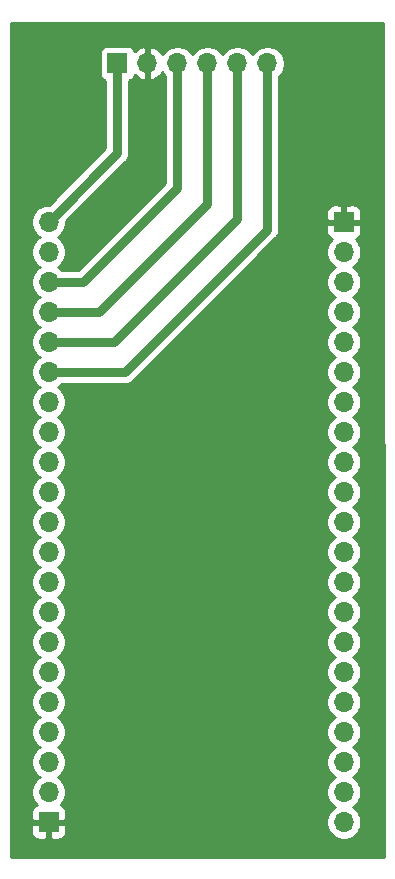
<source format=gbr>
%TF.GenerationSoftware,KiCad,Pcbnew,5.1.9-73d0e3b20d~88~ubuntu20.04.1*%
%TF.CreationDate,2021-03-13T18:10:52+01:00*%
%TF.ProjectId,schematic,73636865-6d61-4746-9963-2e6b69636164,rev?*%
%TF.SameCoordinates,PX6486dd0PY755cad8*%
%TF.FileFunction,Copper,L2,Bot*%
%TF.FilePolarity,Positive*%
%FSLAX46Y46*%
G04 Gerber Fmt 4.6, Leading zero omitted, Abs format (unit mm)*
G04 Created by KiCad (PCBNEW 5.1.9-73d0e3b20d~88~ubuntu20.04.1) date 2021-03-13 18:10:52*
%MOMM*%
%LPD*%
G01*
G04 APERTURE LIST*
%TA.AperFunction,ComponentPad*%
%ADD10R,1.700000X1.700000*%
%TD*%
%TA.AperFunction,ComponentPad*%
%ADD11O,1.700000X1.700000*%
%TD*%
%TA.AperFunction,Conductor*%
%ADD12C,0.750000*%
%TD*%
%TA.AperFunction,Conductor*%
%ADD13C,0.254000*%
%TD*%
%TA.AperFunction,Conductor*%
%ADD14C,0.100000*%
%TD*%
G04 APERTURE END LIST*
D10*
%TO.P,J1,1*%
%TO.N,GND*%
X29590000Y55118000D03*
D11*
%TO.P,J1,2*%
%TO.N,N/C*%
X29590000Y52578000D03*
%TO.P,J1,3*%
X29590000Y50038000D03*
%TO.P,J1,4*%
X29590000Y47498000D03*
%TO.P,J1,5*%
X29590000Y44958000D03*
%TO.P,J1,6*%
X29590000Y42418000D03*
%TO.P,J1,7*%
X29590000Y39878000D03*
%TO.P,J1,8*%
X29590000Y37338000D03*
%TO.P,J1,9*%
X29590000Y34798000D03*
%TO.P,J1,10*%
X29590000Y32258000D03*
%TO.P,J1,11*%
X29590000Y29718000D03*
%TO.P,J1,12*%
X29590000Y27178000D03*
%TO.P,J1,13*%
X29590000Y24638000D03*
%TO.P,J1,14*%
X29590000Y22098000D03*
%TO.P,J1,15*%
X29590000Y19558000D03*
%TO.P,J1,16*%
X29590000Y17018000D03*
%TO.P,J1,17*%
X29590000Y14478000D03*
%TO.P,J1,18*%
X29590000Y11938000D03*
%TO.P,J1,19*%
X29590000Y9398000D03*
%TO.P,J1,20*%
X29590000Y6858000D03*
%TO.P,J1,21*%
X29590000Y4318000D03*
%TD*%
D10*
%TO.P,J2,1*%
%TO.N,/3v3*%
X10414000Y68547000D03*
D11*
%TO.P,J2,2*%
%TO.N,GND*%
X12954000Y68547000D03*
%TO.P,J2,3*%
%TO.N,/SDO*%
X15494000Y68547000D03*
%TO.P,J2,4*%
%TO.N,/CSB*%
X18034000Y68547000D03*
%TO.P,J2,5*%
%TO.N,/SDA*%
X20574000Y68547000D03*
%TO.P,J2,6*%
%TO.N,/SCL*%
X23114000Y68547000D03*
%TD*%
%TO.P,J3,21*%
%TO.N,/3v3*%
X4590000Y55118000D03*
%TO.P,J3,20*%
%TO.N,N/C*%
X4590000Y52578000D03*
%TO.P,J3,19*%
%TO.N,/SDO*%
X4590000Y50038000D03*
%TO.P,J3,18*%
%TO.N,/CSB*%
X4590000Y47498000D03*
%TO.P,J3,17*%
%TO.N,/SDA*%
X4590000Y44958000D03*
%TO.P,J3,16*%
%TO.N,/SCL*%
X4590000Y42418000D03*
%TO.P,J3,15*%
%TO.N,N/C*%
X4590000Y39878000D03*
%TO.P,J3,14*%
X4590000Y37338000D03*
%TO.P,J3,13*%
X4590000Y34798000D03*
%TO.P,J3,12*%
X4590000Y32258000D03*
%TO.P,J3,11*%
X4590000Y29718000D03*
%TO.P,J3,10*%
X4590000Y27178000D03*
%TO.P,J3,9*%
X4590000Y24638000D03*
%TO.P,J3,8*%
X4590000Y22098000D03*
%TO.P,J3,7*%
X4590000Y19558000D03*
%TO.P,J3,6*%
X4590000Y17018000D03*
%TO.P,J3,5*%
X4590000Y14478000D03*
%TO.P,J3,4*%
X4590000Y11938000D03*
%TO.P,J3,3*%
X4590000Y9398000D03*
%TO.P,J3,2*%
X4590000Y6858000D03*
D10*
%TO.P,J3,1*%
%TO.N,GND*%
X4590000Y4318000D03*
%TD*%
D12*
%TO.N,/3v3*%
X10414000Y60942000D02*
X4590000Y55118000D01*
X10414000Y68547000D02*
X10414000Y60942000D01*
%TO.N,/SDO*%
X7493000Y50038000D02*
X4590000Y50038000D01*
X15494000Y58039000D02*
X7493000Y50038000D01*
X15494000Y68547000D02*
X15494000Y58039000D01*
%TO.N,/CSB*%
X8890000Y47498000D02*
X4590000Y47498000D01*
X18034000Y56642000D02*
X8890000Y47498000D01*
X18034000Y68547000D02*
X18034000Y56642000D01*
%TO.N,/SDA*%
X20574000Y68547000D02*
X20574000Y68326000D01*
X20574000Y55372000D02*
X10160000Y44958000D01*
X10160000Y44958000D02*
X4590000Y44958000D01*
X20574000Y68547000D02*
X20574000Y55372000D01*
%TO.N,/SCL*%
X11049000Y42418000D02*
X4590000Y42418000D01*
X23114000Y54483000D02*
X11049000Y42418000D01*
X23114000Y68547000D02*
X23114000Y54483000D01*
%TD*%
D13*
%TO.N,GND*%
X33019772Y1397000D02*
X1397000Y1397000D01*
X1397000Y3468000D01*
X3101928Y3468000D01*
X3114188Y3343518D01*
X3150498Y3223820D01*
X3209463Y3113506D01*
X3288815Y3016815D01*
X3385506Y2937463D01*
X3495820Y2878498D01*
X3615518Y2842188D01*
X3740000Y2829928D01*
X4304250Y2833000D01*
X4463000Y2991750D01*
X4463000Y4191000D01*
X4717000Y4191000D01*
X4717000Y2991750D01*
X4875750Y2833000D01*
X5440000Y2829928D01*
X5564482Y2842188D01*
X5684180Y2878498D01*
X5794494Y2937463D01*
X5891185Y3016815D01*
X5970537Y3113506D01*
X6029502Y3223820D01*
X6065812Y3343518D01*
X6078072Y3468000D01*
X6075000Y4032250D01*
X5916250Y4191000D01*
X4717000Y4191000D01*
X4463000Y4191000D01*
X3263750Y4191000D01*
X3105000Y4032250D01*
X3101928Y3468000D01*
X1397000Y3468000D01*
X1397000Y5168000D01*
X3101928Y5168000D01*
X3105000Y4603750D01*
X3263750Y4445000D01*
X4463000Y4445000D01*
X4463000Y4465000D01*
X4717000Y4465000D01*
X4717000Y4445000D01*
X5916250Y4445000D01*
X6075000Y4603750D01*
X6078072Y5168000D01*
X6065812Y5292482D01*
X6029502Y5412180D01*
X5970537Y5522494D01*
X5891185Y5619185D01*
X5794494Y5698537D01*
X5684180Y5757502D01*
X5611620Y5779513D01*
X5743475Y5911368D01*
X5905990Y6154589D01*
X6017932Y6424842D01*
X6075000Y6711740D01*
X6075000Y7004260D01*
X6017932Y7291158D01*
X5905990Y7561411D01*
X5743475Y7804632D01*
X5536632Y8011475D01*
X5362240Y8128000D01*
X5536632Y8244525D01*
X5743475Y8451368D01*
X5905990Y8694589D01*
X6017932Y8964842D01*
X6075000Y9251740D01*
X6075000Y9544260D01*
X6017932Y9831158D01*
X5905990Y10101411D01*
X5743475Y10344632D01*
X5536632Y10551475D01*
X5362240Y10668000D01*
X5536632Y10784525D01*
X5743475Y10991368D01*
X5905990Y11234589D01*
X6017932Y11504842D01*
X6075000Y11791740D01*
X6075000Y12084260D01*
X6017932Y12371158D01*
X5905990Y12641411D01*
X5743475Y12884632D01*
X5536632Y13091475D01*
X5362240Y13208000D01*
X5536632Y13324525D01*
X5743475Y13531368D01*
X5905990Y13774589D01*
X6017932Y14044842D01*
X6075000Y14331740D01*
X6075000Y14624260D01*
X6017932Y14911158D01*
X5905990Y15181411D01*
X5743475Y15424632D01*
X5536632Y15631475D01*
X5362240Y15748000D01*
X5536632Y15864525D01*
X5743475Y16071368D01*
X5905990Y16314589D01*
X6017932Y16584842D01*
X6075000Y16871740D01*
X6075000Y17164260D01*
X6017932Y17451158D01*
X5905990Y17721411D01*
X5743475Y17964632D01*
X5536632Y18171475D01*
X5362240Y18288000D01*
X5536632Y18404525D01*
X5743475Y18611368D01*
X5905990Y18854589D01*
X6017932Y19124842D01*
X6075000Y19411740D01*
X6075000Y19704260D01*
X6017932Y19991158D01*
X5905990Y20261411D01*
X5743475Y20504632D01*
X5536632Y20711475D01*
X5362240Y20828000D01*
X5536632Y20944525D01*
X5743475Y21151368D01*
X5905990Y21394589D01*
X6017932Y21664842D01*
X6075000Y21951740D01*
X6075000Y22244260D01*
X6017932Y22531158D01*
X5905990Y22801411D01*
X5743475Y23044632D01*
X5536632Y23251475D01*
X5362240Y23368000D01*
X5536632Y23484525D01*
X5743475Y23691368D01*
X5905990Y23934589D01*
X6017932Y24204842D01*
X6075000Y24491740D01*
X6075000Y24784260D01*
X6017932Y25071158D01*
X5905990Y25341411D01*
X5743475Y25584632D01*
X5536632Y25791475D01*
X5362240Y25908000D01*
X5536632Y26024525D01*
X5743475Y26231368D01*
X5905990Y26474589D01*
X6017932Y26744842D01*
X6075000Y27031740D01*
X6075000Y27324260D01*
X6017932Y27611158D01*
X5905990Y27881411D01*
X5743475Y28124632D01*
X5536632Y28331475D01*
X5362240Y28448000D01*
X5536632Y28564525D01*
X5743475Y28771368D01*
X5905990Y29014589D01*
X6017932Y29284842D01*
X6075000Y29571740D01*
X6075000Y29864260D01*
X6017932Y30151158D01*
X5905990Y30421411D01*
X5743475Y30664632D01*
X5536632Y30871475D01*
X5362240Y30988000D01*
X5536632Y31104525D01*
X5743475Y31311368D01*
X5905990Y31554589D01*
X6017932Y31824842D01*
X6075000Y32111740D01*
X6075000Y32404260D01*
X6017932Y32691158D01*
X5905990Y32961411D01*
X5743475Y33204632D01*
X5536632Y33411475D01*
X5362240Y33528000D01*
X5536632Y33644525D01*
X5743475Y33851368D01*
X5905990Y34094589D01*
X6017932Y34364842D01*
X6075000Y34651740D01*
X6075000Y34944260D01*
X6017932Y35231158D01*
X5905990Y35501411D01*
X5743475Y35744632D01*
X5536632Y35951475D01*
X5362240Y36068000D01*
X5536632Y36184525D01*
X5743475Y36391368D01*
X5905990Y36634589D01*
X6017932Y36904842D01*
X6075000Y37191740D01*
X6075000Y37484260D01*
X6017932Y37771158D01*
X5905990Y38041411D01*
X5743475Y38284632D01*
X5536632Y38491475D01*
X5362240Y38608000D01*
X5536632Y38724525D01*
X5743475Y38931368D01*
X5905990Y39174589D01*
X6017932Y39444842D01*
X6075000Y39731740D01*
X6075000Y40024260D01*
X6017932Y40311158D01*
X5905990Y40581411D01*
X5743475Y40824632D01*
X5536632Y41031475D01*
X5362240Y41148000D01*
X5536632Y41264525D01*
X5680107Y41408000D01*
X10999392Y41408000D01*
X11049000Y41403114D01*
X11246994Y41422615D01*
X11437380Y41480368D01*
X11612840Y41574153D01*
X11766633Y41700367D01*
X11798261Y41738906D01*
X23793100Y53733744D01*
X23831633Y53765367D01*
X23957847Y53919160D01*
X24051632Y54094620D01*
X24074913Y54171368D01*
X24104226Y54268000D01*
X28101928Y54268000D01*
X28114188Y54143518D01*
X28150498Y54023820D01*
X28209463Y53913506D01*
X28288815Y53816815D01*
X28385506Y53737463D01*
X28495820Y53678498D01*
X28568380Y53656487D01*
X28436525Y53524632D01*
X28274010Y53281411D01*
X28162068Y53011158D01*
X28105000Y52724260D01*
X28105000Y52431740D01*
X28162068Y52144842D01*
X28274010Y51874589D01*
X28436525Y51631368D01*
X28643368Y51424525D01*
X28817760Y51308000D01*
X28643368Y51191475D01*
X28436525Y50984632D01*
X28274010Y50741411D01*
X28162068Y50471158D01*
X28105000Y50184260D01*
X28105000Y49891740D01*
X28162068Y49604842D01*
X28274010Y49334589D01*
X28436525Y49091368D01*
X28643368Y48884525D01*
X28817760Y48768000D01*
X28643368Y48651475D01*
X28436525Y48444632D01*
X28274010Y48201411D01*
X28162068Y47931158D01*
X28105000Y47644260D01*
X28105000Y47351740D01*
X28162068Y47064842D01*
X28274010Y46794589D01*
X28436525Y46551368D01*
X28643368Y46344525D01*
X28817760Y46228000D01*
X28643368Y46111475D01*
X28436525Y45904632D01*
X28274010Y45661411D01*
X28162068Y45391158D01*
X28105000Y45104260D01*
X28105000Y44811740D01*
X28162068Y44524842D01*
X28274010Y44254589D01*
X28436525Y44011368D01*
X28643368Y43804525D01*
X28817760Y43688000D01*
X28643368Y43571475D01*
X28436525Y43364632D01*
X28274010Y43121411D01*
X28162068Y42851158D01*
X28105000Y42564260D01*
X28105000Y42271740D01*
X28162068Y41984842D01*
X28274010Y41714589D01*
X28436525Y41471368D01*
X28643368Y41264525D01*
X28817760Y41148000D01*
X28643368Y41031475D01*
X28436525Y40824632D01*
X28274010Y40581411D01*
X28162068Y40311158D01*
X28105000Y40024260D01*
X28105000Y39731740D01*
X28162068Y39444842D01*
X28274010Y39174589D01*
X28436525Y38931368D01*
X28643368Y38724525D01*
X28817760Y38608000D01*
X28643368Y38491475D01*
X28436525Y38284632D01*
X28274010Y38041411D01*
X28162068Y37771158D01*
X28105000Y37484260D01*
X28105000Y37191740D01*
X28162068Y36904842D01*
X28274010Y36634589D01*
X28436525Y36391368D01*
X28643368Y36184525D01*
X28817760Y36068000D01*
X28643368Y35951475D01*
X28436525Y35744632D01*
X28274010Y35501411D01*
X28162068Y35231158D01*
X28105000Y34944260D01*
X28105000Y34651740D01*
X28162068Y34364842D01*
X28274010Y34094589D01*
X28436525Y33851368D01*
X28643368Y33644525D01*
X28817760Y33528000D01*
X28643368Y33411475D01*
X28436525Y33204632D01*
X28274010Y32961411D01*
X28162068Y32691158D01*
X28105000Y32404260D01*
X28105000Y32111740D01*
X28162068Y31824842D01*
X28274010Y31554589D01*
X28436525Y31311368D01*
X28643368Y31104525D01*
X28817760Y30988000D01*
X28643368Y30871475D01*
X28436525Y30664632D01*
X28274010Y30421411D01*
X28162068Y30151158D01*
X28105000Y29864260D01*
X28105000Y29571740D01*
X28162068Y29284842D01*
X28274010Y29014589D01*
X28436525Y28771368D01*
X28643368Y28564525D01*
X28817760Y28448000D01*
X28643368Y28331475D01*
X28436525Y28124632D01*
X28274010Y27881411D01*
X28162068Y27611158D01*
X28105000Y27324260D01*
X28105000Y27031740D01*
X28162068Y26744842D01*
X28274010Y26474589D01*
X28436525Y26231368D01*
X28643368Y26024525D01*
X28817760Y25908000D01*
X28643368Y25791475D01*
X28436525Y25584632D01*
X28274010Y25341411D01*
X28162068Y25071158D01*
X28105000Y24784260D01*
X28105000Y24491740D01*
X28162068Y24204842D01*
X28274010Y23934589D01*
X28436525Y23691368D01*
X28643368Y23484525D01*
X28817760Y23368000D01*
X28643368Y23251475D01*
X28436525Y23044632D01*
X28274010Y22801411D01*
X28162068Y22531158D01*
X28105000Y22244260D01*
X28105000Y21951740D01*
X28162068Y21664842D01*
X28274010Y21394589D01*
X28436525Y21151368D01*
X28643368Y20944525D01*
X28817760Y20828000D01*
X28643368Y20711475D01*
X28436525Y20504632D01*
X28274010Y20261411D01*
X28162068Y19991158D01*
X28105000Y19704260D01*
X28105000Y19411740D01*
X28162068Y19124842D01*
X28274010Y18854589D01*
X28436525Y18611368D01*
X28643368Y18404525D01*
X28817760Y18288000D01*
X28643368Y18171475D01*
X28436525Y17964632D01*
X28274010Y17721411D01*
X28162068Y17451158D01*
X28105000Y17164260D01*
X28105000Y16871740D01*
X28162068Y16584842D01*
X28274010Y16314589D01*
X28436525Y16071368D01*
X28643368Y15864525D01*
X28817760Y15748000D01*
X28643368Y15631475D01*
X28436525Y15424632D01*
X28274010Y15181411D01*
X28162068Y14911158D01*
X28105000Y14624260D01*
X28105000Y14331740D01*
X28162068Y14044842D01*
X28274010Y13774589D01*
X28436525Y13531368D01*
X28643368Y13324525D01*
X28817760Y13208000D01*
X28643368Y13091475D01*
X28436525Y12884632D01*
X28274010Y12641411D01*
X28162068Y12371158D01*
X28105000Y12084260D01*
X28105000Y11791740D01*
X28162068Y11504842D01*
X28274010Y11234589D01*
X28436525Y10991368D01*
X28643368Y10784525D01*
X28817760Y10668000D01*
X28643368Y10551475D01*
X28436525Y10344632D01*
X28274010Y10101411D01*
X28162068Y9831158D01*
X28105000Y9544260D01*
X28105000Y9251740D01*
X28162068Y8964842D01*
X28274010Y8694589D01*
X28436525Y8451368D01*
X28643368Y8244525D01*
X28817760Y8128000D01*
X28643368Y8011475D01*
X28436525Y7804632D01*
X28274010Y7561411D01*
X28162068Y7291158D01*
X28105000Y7004260D01*
X28105000Y6711740D01*
X28162068Y6424842D01*
X28274010Y6154589D01*
X28436525Y5911368D01*
X28643368Y5704525D01*
X28817760Y5588000D01*
X28643368Y5471475D01*
X28436525Y5264632D01*
X28274010Y5021411D01*
X28162068Y4751158D01*
X28105000Y4464260D01*
X28105000Y4171740D01*
X28162068Y3884842D01*
X28274010Y3614589D01*
X28436525Y3371368D01*
X28643368Y3164525D01*
X28886589Y3002010D01*
X29156842Y2890068D01*
X29443740Y2833000D01*
X29736260Y2833000D01*
X30023158Y2890068D01*
X30293411Y3002010D01*
X30536632Y3164525D01*
X30743475Y3371368D01*
X30905990Y3614589D01*
X31017932Y3884842D01*
X31075000Y4171740D01*
X31075000Y4464260D01*
X31017932Y4751158D01*
X30905990Y5021411D01*
X30743475Y5264632D01*
X30536632Y5471475D01*
X30362240Y5588000D01*
X30536632Y5704525D01*
X30743475Y5911368D01*
X30905990Y6154589D01*
X31017932Y6424842D01*
X31075000Y6711740D01*
X31075000Y7004260D01*
X31017932Y7291158D01*
X30905990Y7561411D01*
X30743475Y7804632D01*
X30536632Y8011475D01*
X30362240Y8128000D01*
X30536632Y8244525D01*
X30743475Y8451368D01*
X30905990Y8694589D01*
X31017932Y8964842D01*
X31075000Y9251740D01*
X31075000Y9544260D01*
X31017932Y9831158D01*
X30905990Y10101411D01*
X30743475Y10344632D01*
X30536632Y10551475D01*
X30362240Y10668000D01*
X30536632Y10784525D01*
X30743475Y10991368D01*
X30905990Y11234589D01*
X31017932Y11504842D01*
X31075000Y11791740D01*
X31075000Y12084260D01*
X31017932Y12371158D01*
X30905990Y12641411D01*
X30743475Y12884632D01*
X30536632Y13091475D01*
X30362240Y13208000D01*
X30536632Y13324525D01*
X30743475Y13531368D01*
X30905990Y13774589D01*
X31017932Y14044842D01*
X31075000Y14331740D01*
X31075000Y14624260D01*
X31017932Y14911158D01*
X30905990Y15181411D01*
X30743475Y15424632D01*
X30536632Y15631475D01*
X30362240Y15748000D01*
X30536632Y15864525D01*
X30743475Y16071368D01*
X30905990Y16314589D01*
X31017932Y16584842D01*
X31075000Y16871740D01*
X31075000Y17164260D01*
X31017932Y17451158D01*
X30905990Y17721411D01*
X30743475Y17964632D01*
X30536632Y18171475D01*
X30362240Y18288000D01*
X30536632Y18404525D01*
X30743475Y18611368D01*
X30905990Y18854589D01*
X31017932Y19124842D01*
X31075000Y19411740D01*
X31075000Y19704260D01*
X31017932Y19991158D01*
X30905990Y20261411D01*
X30743475Y20504632D01*
X30536632Y20711475D01*
X30362240Y20828000D01*
X30536632Y20944525D01*
X30743475Y21151368D01*
X30905990Y21394589D01*
X31017932Y21664842D01*
X31075000Y21951740D01*
X31075000Y22244260D01*
X31017932Y22531158D01*
X30905990Y22801411D01*
X30743475Y23044632D01*
X30536632Y23251475D01*
X30362240Y23368000D01*
X30536632Y23484525D01*
X30743475Y23691368D01*
X30905990Y23934589D01*
X31017932Y24204842D01*
X31075000Y24491740D01*
X31075000Y24784260D01*
X31017932Y25071158D01*
X30905990Y25341411D01*
X30743475Y25584632D01*
X30536632Y25791475D01*
X30362240Y25908000D01*
X30536632Y26024525D01*
X30743475Y26231368D01*
X30905990Y26474589D01*
X31017932Y26744842D01*
X31075000Y27031740D01*
X31075000Y27324260D01*
X31017932Y27611158D01*
X30905990Y27881411D01*
X30743475Y28124632D01*
X30536632Y28331475D01*
X30362240Y28448000D01*
X30536632Y28564525D01*
X30743475Y28771368D01*
X30905990Y29014589D01*
X31017932Y29284842D01*
X31075000Y29571740D01*
X31075000Y29864260D01*
X31017932Y30151158D01*
X30905990Y30421411D01*
X30743475Y30664632D01*
X30536632Y30871475D01*
X30362240Y30988000D01*
X30536632Y31104525D01*
X30743475Y31311368D01*
X30905990Y31554589D01*
X31017932Y31824842D01*
X31075000Y32111740D01*
X31075000Y32404260D01*
X31017932Y32691158D01*
X30905990Y32961411D01*
X30743475Y33204632D01*
X30536632Y33411475D01*
X30362240Y33528000D01*
X30536632Y33644525D01*
X30743475Y33851368D01*
X30905990Y34094589D01*
X31017932Y34364842D01*
X31075000Y34651740D01*
X31075000Y34944260D01*
X31017932Y35231158D01*
X30905990Y35501411D01*
X30743475Y35744632D01*
X30536632Y35951475D01*
X30362240Y36068000D01*
X30536632Y36184525D01*
X30743475Y36391368D01*
X30905990Y36634589D01*
X31017932Y36904842D01*
X31075000Y37191740D01*
X31075000Y37484260D01*
X31017932Y37771158D01*
X30905990Y38041411D01*
X30743475Y38284632D01*
X30536632Y38491475D01*
X30362240Y38608000D01*
X30536632Y38724525D01*
X30743475Y38931368D01*
X30905990Y39174589D01*
X31017932Y39444842D01*
X31075000Y39731740D01*
X31075000Y40024260D01*
X31017932Y40311158D01*
X30905990Y40581411D01*
X30743475Y40824632D01*
X30536632Y41031475D01*
X30362240Y41148000D01*
X30536632Y41264525D01*
X30743475Y41471368D01*
X30905990Y41714589D01*
X31017932Y41984842D01*
X31075000Y42271740D01*
X31075000Y42564260D01*
X31017932Y42851158D01*
X30905990Y43121411D01*
X30743475Y43364632D01*
X30536632Y43571475D01*
X30362240Y43688000D01*
X30536632Y43804525D01*
X30743475Y44011368D01*
X30905990Y44254589D01*
X31017932Y44524842D01*
X31075000Y44811740D01*
X31075000Y45104260D01*
X31017932Y45391158D01*
X30905990Y45661411D01*
X30743475Y45904632D01*
X30536632Y46111475D01*
X30362240Y46228000D01*
X30536632Y46344525D01*
X30743475Y46551368D01*
X30905990Y46794589D01*
X31017932Y47064842D01*
X31075000Y47351740D01*
X31075000Y47644260D01*
X31017932Y47931158D01*
X30905990Y48201411D01*
X30743475Y48444632D01*
X30536632Y48651475D01*
X30362240Y48768000D01*
X30536632Y48884525D01*
X30743475Y49091368D01*
X30905990Y49334589D01*
X31017932Y49604842D01*
X31075000Y49891740D01*
X31075000Y50184260D01*
X31017932Y50471158D01*
X30905990Y50741411D01*
X30743475Y50984632D01*
X30536632Y51191475D01*
X30362240Y51308000D01*
X30536632Y51424525D01*
X30743475Y51631368D01*
X30905990Y51874589D01*
X31017932Y52144842D01*
X31075000Y52431740D01*
X31075000Y52724260D01*
X31017932Y53011158D01*
X30905990Y53281411D01*
X30743475Y53524632D01*
X30611620Y53656487D01*
X30684180Y53678498D01*
X30794494Y53737463D01*
X30891185Y53816815D01*
X30970537Y53913506D01*
X31029502Y54023820D01*
X31065812Y54143518D01*
X31078072Y54268000D01*
X31075000Y54832250D01*
X30916250Y54991000D01*
X29717000Y54991000D01*
X29717000Y54971000D01*
X29463000Y54971000D01*
X29463000Y54991000D01*
X28263750Y54991000D01*
X28105000Y54832250D01*
X28101928Y54268000D01*
X24104226Y54268000D01*
X24109385Y54285005D01*
X24128886Y54483000D01*
X24124000Y54532608D01*
X24124000Y55968000D01*
X28101928Y55968000D01*
X28105000Y55403750D01*
X28263750Y55245000D01*
X29463000Y55245000D01*
X29463000Y56444250D01*
X29717000Y56444250D01*
X29717000Y55245000D01*
X30916250Y55245000D01*
X31075000Y55403750D01*
X31078072Y55968000D01*
X31065812Y56092482D01*
X31029502Y56212180D01*
X30970537Y56322494D01*
X30891185Y56419185D01*
X30794494Y56498537D01*
X30684180Y56557502D01*
X30564482Y56593812D01*
X30440000Y56606072D01*
X29875750Y56603000D01*
X29717000Y56444250D01*
X29463000Y56444250D01*
X29304250Y56603000D01*
X28740000Y56606072D01*
X28615518Y56593812D01*
X28495820Y56557502D01*
X28385506Y56498537D01*
X28288815Y56419185D01*
X28209463Y56322494D01*
X28150498Y56212180D01*
X28114188Y56092482D01*
X28101928Y55968000D01*
X24124000Y55968000D01*
X24124000Y67456893D01*
X24267475Y67600368D01*
X24429990Y67843589D01*
X24541932Y68113842D01*
X24599000Y68400740D01*
X24599000Y68693260D01*
X24541932Y68980158D01*
X24429990Y69250411D01*
X24267475Y69493632D01*
X24060632Y69700475D01*
X23817411Y69862990D01*
X23547158Y69974932D01*
X23260260Y70032000D01*
X22967740Y70032000D01*
X22680842Y69974932D01*
X22410589Y69862990D01*
X22167368Y69700475D01*
X21960525Y69493632D01*
X21844000Y69319240D01*
X21727475Y69493632D01*
X21520632Y69700475D01*
X21277411Y69862990D01*
X21007158Y69974932D01*
X20720260Y70032000D01*
X20427740Y70032000D01*
X20140842Y69974932D01*
X19870589Y69862990D01*
X19627368Y69700475D01*
X19420525Y69493632D01*
X19304000Y69319240D01*
X19187475Y69493632D01*
X18980632Y69700475D01*
X18737411Y69862990D01*
X18467158Y69974932D01*
X18180260Y70032000D01*
X17887740Y70032000D01*
X17600842Y69974932D01*
X17330589Y69862990D01*
X17087368Y69700475D01*
X16880525Y69493632D01*
X16764000Y69319240D01*
X16647475Y69493632D01*
X16440632Y69700475D01*
X16197411Y69862990D01*
X15927158Y69974932D01*
X15640260Y70032000D01*
X15347740Y70032000D01*
X15060842Y69974932D01*
X14790589Y69862990D01*
X14547368Y69700475D01*
X14340525Y69493632D01*
X14218805Y69311466D01*
X14149178Y69428355D01*
X13954269Y69644588D01*
X13720920Y69818641D01*
X13458099Y69943825D01*
X13310890Y69988476D01*
X13081000Y69867155D01*
X13081000Y68674000D01*
X13101000Y68674000D01*
X13101000Y68420000D01*
X13081000Y68420000D01*
X13081000Y67226845D01*
X13310890Y67105524D01*
X13458099Y67150175D01*
X13720920Y67275359D01*
X13954269Y67449412D01*
X14149178Y67665645D01*
X14218805Y67782534D01*
X14340525Y67600368D01*
X14484000Y67456893D01*
X14484001Y58457357D01*
X7074645Y51048000D01*
X5680107Y51048000D01*
X5536632Y51191475D01*
X5362240Y51308000D01*
X5536632Y51424525D01*
X5743475Y51631368D01*
X5905990Y51874589D01*
X6017932Y52144842D01*
X6075000Y52431740D01*
X6075000Y52724260D01*
X6017932Y53011158D01*
X5905990Y53281411D01*
X5743475Y53524632D01*
X5536632Y53731475D01*
X5362240Y53848000D01*
X5536632Y53964525D01*
X5743475Y54171368D01*
X5905990Y54414589D01*
X6017932Y54684842D01*
X6075000Y54971740D01*
X6075000Y55174645D01*
X11093100Y60192744D01*
X11131633Y60224367D01*
X11257847Y60378160D01*
X11351632Y60553620D01*
X11409385Y60744006D01*
X11424000Y60892392D01*
X11428886Y60942000D01*
X11424000Y60991608D01*
X11424000Y67081962D01*
X11508180Y67107498D01*
X11618494Y67166463D01*
X11715185Y67245815D01*
X11794537Y67342506D01*
X11853502Y67452820D01*
X11877966Y67533466D01*
X11953731Y67449412D01*
X12187080Y67275359D01*
X12449901Y67150175D01*
X12597110Y67105524D01*
X12827000Y67226845D01*
X12827000Y68420000D01*
X12807000Y68420000D01*
X12807000Y68674000D01*
X12827000Y68674000D01*
X12827000Y69867155D01*
X12597110Y69988476D01*
X12449901Y69943825D01*
X12187080Y69818641D01*
X11953731Y69644588D01*
X11877966Y69560534D01*
X11853502Y69641180D01*
X11794537Y69751494D01*
X11715185Y69848185D01*
X11618494Y69927537D01*
X11508180Y69986502D01*
X11388482Y70022812D01*
X11264000Y70035072D01*
X9564000Y70035072D01*
X9439518Y70022812D01*
X9319820Y69986502D01*
X9209506Y69927537D01*
X9112815Y69848185D01*
X9033463Y69751494D01*
X8974498Y69641180D01*
X8938188Y69521482D01*
X8925928Y69397000D01*
X8925928Y67697000D01*
X8938188Y67572518D01*
X8974498Y67452820D01*
X9033463Y67342506D01*
X9112815Y67245815D01*
X9209506Y67166463D01*
X9319820Y67107498D01*
X9404000Y67081962D01*
X9404001Y61360357D01*
X4646645Y56603000D01*
X4443740Y56603000D01*
X4156842Y56545932D01*
X3886589Y56433990D01*
X3643368Y56271475D01*
X3436525Y56064632D01*
X3274010Y55821411D01*
X3162068Y55551158D01*
X3105000Y55264260D01*
X3105000Y54971740D01*
X3162068Y54684842D01*
X3274010Y54414589D01*
X3436525Y54171368D01*
X3643368Y53964525D01*
X3817760Y53848000D01*
X3643368Y53731475D01*
X3436525Y53524632D01*
X3274010Y53281411D01*
X3162068Y53011158D01*
X3105000Y52724260D01*
X3105000Y52431740D01*
X3162068Y52144842D01*
X3274010Y51874589D01*
X3436525Y51631368D01*
X3643368Y51424525D01*
X3817760Y51308000D01*
X3643368Y51191475D01*
X3436525Y50984632D01*
X3274010Y50741411D01*
X3162068Y50471158D01*
X3105000Y50184260D01*
X3105000Y49891740D01*
X3162068Y49604842D01*
X3274010Y49334589D01*
X3436525Y49091368D01*
X3643368Y48884525D01*
X3817760Y48768000D01*
X3643368Y48651475D01*
X3436525Y48444632D01*
X3274010Y48201411D01*
X3162068Y47931158D01*
X3105000Y47644260D01*
X3105000Y47351740D01*
X3162068Y47064842D01*
X3274010Y46794589D01*
X3436525Y46551368D01*
X3643368Y46344525D01*
X3817760Y46228000D01*
X3643368Y46111475D01*
X3436525Y45904632D01*
X3274010Y45661411D01*
X3162068Y45391158D01*
X3105000Y45104260D01*
X3105000Y44811740D01*
X3162068Y44524842D01*
X3274010Y44254589D01*
X3436525Y44011368D01*
X3643368Y43804525D01*
X3817760Y43688000D01*
X3643368Y43571475D01*
X3436525Y43364632D01*
X3274010Y43121411D01*
X3162068Y42851158D01*
X3105000Y42564260D01*
X3105000Y42271740D01*
X3162068Y41984842D01*
X3274010Y41714589D01*
X3436525Y41471368D01*
X3643368Y41264525D01*
X3817760Y41148000D01*
X3643368Y41031475D01*
X3436525Y40824632D01*
X3274010Y40581411D01*
X3162068Y40311158D01*
X3105000Y40024260D01*
X3105000Y39731740D01*
X3162068Y39444842D01*
X3274010Y39174589D01*
X3436525Y38931368D01*
X3643368Y38724525D01*
X3817760Y38608000D01*
X3643368Y38491475D01*
X3436525Y38284632D01*
X3274010Y38041411D01*
X3162068Y37771158D01*
X3105000Y37484260D01*
X3105000Y37191740D01*
X3162068Y36904842D01*
X3274010Y36634589D01*
X3436525Y36391368D01*
X3643368Y36184525D01*
X3817760Y36068000D01*
X3643368Y35951475D01*
X3436525Y35744632D01*
X3274010Y35501411D01*
X3162068Y35231158D01*
X3105000Y34944260D01*
X3105000Y34651740D01*
X3162068Y34364842D01*
X3274010Y34094589D01*
X3436525Y33851368D01*
X3643368Y33644525D01*
X3817760Y33528000D01*
X3643368Y33411475D01*
X3436525Y33204632D01*
X3274010Y32961411D01*
X3162068Y32691158D01*
X3105000Y32404260D01*
X3105000Y32111740D01*
X3162068Y31824842D01*
X3274010Y31554589D01*
X3436525Y31311368D01*
X3643368Y31104525D01*
X3817760Y30988000D01*
X3643368Y30871475D01*
X3436525Y30664632D01*
X3274010Y30421411D01*
X3162068Y30151158D01*
X3105000Y29864260D01*
X3105000Y29571740D01*
X3162068Y29284842D01*
X3274010Y29014589D01*
X3436525Y28771368D01*
X3643368Y28564525D01*
X3817760Y28448000D01*
X3643368Y28331475D01*
X3436525Y28124632D01*
X3274010Y27881411D01*
X3162068Y27611158D01*
X3105000Y27324260D01*
X3105000Y27031740D01*
X3162068Y26744842D01*
X3274010Y26474589D01*
X3436525Y26231368D01*
X3643368Y26024525D01*
X3817760Y25908000D01*
X3643368Y25791475D01*
X3436525Y25584632D01*
X3274010Y25341411D01*
X3162068Y25071158D01*
X3105000Y24784260D01*
X3105000Y24491740D01*
X3162068Y24204842D01*
X3274010Y23934589D01*
X3436525Y23691368D01*
X3643368Y23484525D01*
X3817760Y23368000D01*
X3643368Y23251475D01*
X3436525Y23044632D01*
X3274010Y22801411D01*
X3162068Y22531158D01*
X3105000Y22244260D01*
X3105000Y21951740D01*
X3162068Y21664842D01*
X3274010Y21394589D01*
X3436525Y21151368D01*
X3643368Y20944525D01*
X3817760Y20828000D01*
X3643368Y20711475D01*
X3436525Y20504632D01*
X3274010Y20261411D01*
X3162068Y19991158D01*
X3105000Y19704260D01*
X3105000Y19411740D01*
X3162068Y19124842D01*
X3274010Y18854589D01*
X3436525Y18611368D01*
X3643368Y18404525D01*
X3817760Y18288000D01*
X3643368Y18171475D01*
X3436525Y17964632D01*
X3274010Y17721411D01*
X3162068Y17451158D01*
X3105000Y17164260D01*
X3105000Y16871740D01*
X3162068Y16584842D01*
X3274010Y16314589D01*
X3436525Y16071368D01*
X3643368Y15864525D01*
X3817760Y15748000D01*
X3643368Y15631475D01*
X3436525Y15424632D01*
X3274010Y15181411D01*
X3162068Y14911158D01*
X3105000Y14624260D01*
X3105000Y14331740D01*
X3162068Y14044842D01*
X3274010Y13774589D01*
X3436525Y13531368D01*
X3643368Y13324525D01*
X3817760Y13208000D01*
X3643368Y13091475D01*
X3436525Y12884632D01*
X3274010Y12641411D01*
X3162068Y12371158D01*
X3105000Y12084260D01*
X3105000Y11791740D01*
X3162068Y11504842D01*
X3274010Y11234589D01*
X3436525Y10991368D01*
X3643368Y10784525D01*
X3817760Y10668000D01*
X3643368Y10551475D01*
X3436525Y10344632D01*
X3274010Y10101411D01*
X3162068Y9831158D01*
X3105000Y9544260D01*
X3105000Y9251740D01*
X3162068Y8964842D01*
X3274010Y8694589D01*
X3436525Y8451368D01*
X3643368Y8244525D01*
X3817760Y8128000D01*
X3643368Y8011475D01*
X3436525Y7804632D01*
X3274010Y7561411D01*
X3162068Y7291158D01*
X3105000Y7004260D01*
X3105000Y6711740D01*
X3162068Y6424842D01*
X3274010Y6154589D01*
X3436525Y5911368D01*
X3568380Y5779513D01*
X3495820Y5757502D01*
X3385506Y5698537D01*
X3288815Y5619185D01*
X3209463Y5522494D01*
X3150498Y5412180D01*
X3114188Y5292482D01*
X3101928Y5168000D01*
X1397000Y5168000D01*
X1397000Y72009000D01*
X32893227Y72009000D01*
X33019772Y1397000D01*
%TA.AperFunction,Conductor*%
D14*
G36*
X33019772Y1397000D02*
G01*
X1397000Y1397000D01*
X1397000Y3468000D01*
X3101928Y3468000D01*
X3114188Y3343518D01*
X3150498Y3223820D01*
X3209463Y3113506D01*
X3288815Y3016815D01*
X3385506Y2937463D01*
X3495820Y2878498D01*
X3615518Y2842188D01*
X3740000Y2829928D01*
X4304250Y2833000D01*
X4463000Y2991750D01*
X4463000Y4191000D01*
X4717000Y4191000D01*
X4717000Y2991750D01*
X4875750Y2833000D01*
X5440000Y2829928D01*
X5564482Y2842188D01*
X5684180Y2878498D01*
X5794494Y2937463D01*
X5891185Y3016815D01*
X5970537Y3113506D01*
X6029502Y3223820D01*
X6065812Y3343518D01*
X6078072Y3468000D01*
X6075000Y4032250D01*
X5916250Y4191000D01*
X4717000Y4191000D01*
X4463000Y4191000D01*
X3263750Y4191000D01*
X3105000Y4032250D01*
X3101928Y3468000D01*
X1397000Y3468000D01*
X1397000Y5168000D01*
X3101928Y5168000D01*
X3105000Y4603750D01*
X3263750Y4445000D01*
X4463000Y4445000D01*
X4463000Y4465000D01*
X4717000Y4465000D01*
X4717000Y4445000D01*
X5916250Y4445000D01*
X6075000Y4603750D01*
X6078072Y5168000D01*
X6065812Y5292482D01*
X6029502Y5412180D01*
X5970537Y5522494D01*
X5891185Y5619185D01*
X5794494Y5698537D01*
X5684180Y5757502D01*
X5611620Y5779513D01*
X5743475Y5911368D01*
X5905990Y6154589D01*
X6017932Y6424842D01*
X6075000Y6711740D01*
X6075000Y7004260D01*
X6017932Y7291158D01*
X5905990Y7561411D01*
X5743475Y7804632D01*
X5536632Y8011475D01*
X5362240Y8128000D01*
X5536632Y8244525D01*
X5743475Y8451368D01*
X5905990Y8694589D01*
X6017932Y8964842D01*
X6075000Y9251740D01*
X6075000Y9544260D01*
X6017932Y9831158D01*
X5905990Y10101411D01*
X5743475Y10344632D01*
X5536632Y10551475D01*
X5362240Y10668000D01*
X5536632Y10784525D01*
X5743475Y10991368D01*
X5905990Y11234589D01*
X6017932Y11504842D01*
X6075000Y11791740D01*
X6075000Y12084260D01*
X6017932Y12371158D01*
X5905990Y12641411D01*
X5743475Y12884632D01*
X5536632Y13091475D01*
X5362240Y13208000D01*
X5536632Y13324525D01*
X5743475Y13531368D01*
X5905990Y13774589D01*
X6017932Y14044842D01*
X6075000Y14331740D01*
X6075000Y14624260D01*
X6017932Y14911158D01*
X5905990Y15181411D01*
X5743475Y15424632D01*
X5536632Y15631475D01*
X5362240Y15748000D01*
X5536632Y15864525D01*
X5743475Y16071368D01*
X5905990Y16314589D01*
X6017932Y16584842D01*
X6075000Y16871740D01*
X6075000Y17164260D01*
X6017932Y17451158D01*
X5905990Y17721411D01*
X5743475Y17964632D01*
X5536632Y18171475D01*
X5362240Y18288000D01*
X5536632Y18404525D01*
X5743475Y18611368D01*
X5905990Y18854589D01*
X6017932Y19124842D01*
X6075000Y19411740D01*
X6075000Y19704260D01*
X6017932Y19991158D01*
X5905990Y20261411D01*
X5743475Y20504632D01*
X5536632Y20711475D01*
X5362240Y20828000D01*
X5536632Y20944525D01*
X5743475Y21151368D01*
X5905990Y21394589D01*
X6017932Y21664842D01*
X6075000Y21951740D01*
X6075000Y22244260D01*
X6017932Y22531158D01*
X5905990Y22801411D01*
X5743475Y23044632D01*
X5536632Y23251475D01*
X5362240Y23368000D01*
X5536632Y23484525D01*
X5743475Y23691368D01*
X5905990Y23934589D01*
X6017932Y24204842D01*
X6075000Y24491740D01*
X6075000Y24784260D01*
X6017932Y25071158D01*
X5905990Y25341411D01*
X5743475Y25584632D01*
X5536632Y25791475D01*
X5362240Y25908000D01*
X5536632Y26024525D01*
X5743475Y26231368D01*
X5905990Y26474589D01*
X6017932Y26744842D01*
X6075000Y27031740D01*
X6075000Y27324260D01*
X6017932Y27611158D01*
X5905990Y27881411D01*
X5743475Y28124632D01*
X5536632Y28331475D01*
X5362240Y28448000D01*
X5536632Y28564525D01*
X5743475Y28771368D01*
X5905990Y29014589D01*
X6017932Y29284842D01*
X6075000Y29571740D01*
X6075000Y29864260D01*
X6017932Y30151158D01*
X5905990Y30421411D01*
X5743475Y30664632D01*
X5536632Y30871475D01*
X5362240Y30988000D01*
X5536632Y31104525D01*
X5743475Y31311368D01*
X5905990Y31554589D01*
X6017932Y31824842D01*
X6075000Y32111740D01*
X6075000Y32404260D01*
X6017932Y32691158D01*
X5905990Y32961411D01*
X5743475Y33204632D01*
X5536632Y33411475D01*
X5362240Y33528000D01*
X5536632Y33644525D01*
X5743475Y33851368D01*
X5905990Y34094589D01*
X6017932Y34364842D01*
X6075000Y34651740D01*
X6075000Y34944260D01*
X6017932Y35231158D01*
X5905990Y35501411D01*
X5743475Y35744632D01*
X5536632Y35951475D01*
X5362240Y36068000D01*
X5536632Y36184525D01*
X5743475Y36391368D01*
X5905990Y36634589D01*
X6017932Y36904842D01*
X6075000Y37191740D01*
X6075000Y37484260D01*
X6017932Y37771158D01*
X5905990Y38041411D01*
X5743475Y38284632D01*
X5536632Y38491475D01*
X5362240Y38608000D01*
X5536632Y38724525D01*
X5743475Y38931368D01*
X5905990Y39174589D01*
X6017932Y39444842D01*
X6075000Y39731740D01*
X6075000Y40024260D01*
X6017932Y40311158D01*
X5905990Y40581411D01*
X5743475Y40824632D01*
X5536632Y41031475D01*
X5362240Y41148000D01*
X5536632Y41264525D01*
X5680107Y41408000D01*
X10999392Y41408000D01*
X11049000Y41403114D01*
X11246994Y41422615D01*
X11437380Y41480368D01*
X11612840Y41574153D01*
X11766633Y41700367D01*
X11798261Y41738906D01*
X23793100Y53733744D01*
X23831633Y53765367D01*
X23957847Y53919160D01*
X24051632Y54094620D01*
X24074913Y54171368D01*
X24104226Y54268000D01*
X28101928Y54268000D01*
X28114188Y54143518D01*
X28150498Y54023820D01*
X28209463Y53913506D01*
X28288815Y53816815D01*
X28385506Y53737463D01*
X28495820Y53678498D01*
X28568380Y53656487D01*
X28436525Y53524632D01*
X28274010Y53281411D01*
X28162068Y53011158D01*
X28105000Y52724260D01*
X28105000Y52431740D01*
X28162068Y52144842D01*
X28274010Y51874589D01*
X28436525Y51631368D01*
X28643368Y51424525D01*
X28817760Y51308000D01*
X28643368Y51191475D01*
X28436525Y50984632D01*
X28274010Y50741411D01*
X28162068Y50471158D01*
X28105000Y50184260D01*
X28105000Y49891740D01*
X28162068Y49604842D01*
X28274010Y49334589D01*
X28436525Y49091368D01*
X28643368Y48884525D01*
X28817760Y48768000D01*
X28643368Y48651475D01*
X28436525Y48444632D01*
X28274010Y48201411D01*
X28162068Y47931158D01*
X28105000Y47644260D01*
X28105000Y47351740D01*
X28162068Y47064842D01*
X28274010Y46794589D01*
X28436525Y46551368D01*
X28643368Y46344525D01*
X28817760Y46228000D01*
X28643368Y46111475D01*
X28436525Y45904632D01*
X28274010Y45661411D01*
X28162068Y45391158D01*
X28105000Y45104260D01*
X28105000Y44811740D01*
X28162068Y44524842D01*
X28274010Y44254589D01*
X28436525Y44011368D01*
X28643368Y43804525D01*
X28817760Y43688000D01*
X28643368Y43571475D01*
X28436525Y43364632D01*
X28274010Y43121411D01*
X28162068Y42851158D01*
X28105000Y42564260D01*
X28105000Y42271740D01*
X28162068Y41984842D01*
X28274010Y41714589D01*
X28436525Y41471368D01*
X28643368Y41264525D01*
X28817760Y41148000D01*
X28643368Y41031475D01*
X28436525Y40824632D01*
X28274010Y40581411D01*
X28162068Y40311158D01*
X28105000Y40024260D01*
X28105000Y39731740D01*
X28162068Y39444842D01*
X28274010Y39174589D01*
X28436525Y38931368D01*
X28643368Y38724525D01*
X28817760Y38608000D01*
X28643368Y38491475D01*
X28436525Y38284632D01*
X28274010Y38041411D01*
X28162068Y37771158D01*
X28105000Y37484260D01*
X28105000Y37191740D01*
X28162068Y36904842D01*
X28274010Y36634589D01*
X28436525Y36391368D01*
X28643368Y36184525D01*
X28817760Y36068000D01*
X28643368Y35951475D01*
X28436525Y35744632D01*
X28274010Y35501411D01*
X28162068Y35231158D01*
X28105000Y34944260D01*
X28105000Y34651740D01*
X28162068Y34364842D01*
X28274010Y34094589D01*
X28436525Y33851368D01*
X28643368Y33644525D01*
X28817760Y33528000D01*
X28643368Y33411475D01*
X28436525Y33204632D01*
X28274010Y32961411D01*
X28162068Y32691158D01*
X28105000Y32404260D01*
X28105000Y32111740D01*
X28162068Y31824842D01*
X28274010Y31554589D01*
X28436525Y31311368D01*
X28643368Y31104525D01*
X28817760Y30988000D01*
X28643368Y30871475D01*
X28436525Y30664632D01*
X28274010Y30421411D01*
X28162068Y30151158D01*
X28105000Y29864260D01*
X28105000Y29571740D01*
X28162068Y29284842D01*
X28274010Y29014589D01*
X28436525Y28771368D01*
X28643368Y28564525D01*
X28817760Y28448000D01*
X28643368Y28331475D01*
X28436525Y28124632D01*
X28274010Y27881411D01*
X28162068Y27611158D01*
X28105000Y27324260D01*
X28105000Y27031740D01*
X28162068Y26744842D01*
X28274010Y26474589D01*
X28436525Y26231368D01*
X28643368Y26024525D01*
X28817760Y25908000D01*
X28643368Y25791475D01*
X28436525Y25584632D01*
X28274010Y25341411D01*
X28162068Y25071158D01*
X28105000Y24784260D01*
X28105000Y24491740D01*
X28162068Y24204842D01*
X28274010Y23934589D01*
X28436525Y23691368D01*
X28643368Y23484525D01*
X28817760Y23368000D01*
X28643368Y23251475D01*
X28436525Y23044632D01*
X28274010Y22801411D01*
X28162068Y22531158D01*
X28105000Y22244260D01*
X28105000Y21951740D01*
X28162068Y21664842D01*
X28274010Y21394589D01*
X28436525Y21151368D01*
X28643368Y20944525D01*
X28817760Y20828000D01*
X28643368Y20711475D01*
X28436525Y20504632D01*
X28274010Y20261411D01*
X28162068Y19991158D01*
X28105000Y19704260D01*
X28105000Y19411740D01*
X28162068Y19124842D01*
X28274010Y18854589D01*
X28436525Y18611368D01*
X28643368Y18404525D01*
X28817760Y18288000D01*
X28643368Y18171475D01*
X28436525Y17964632D01*
X28274010Y17721411D01*
X28162068Y17451158D01*
X28105000Y17164260D01*
X28105000Y16871740D01*
X28162068Y16584842D01*
X28274010Y16314589D01*
X28436525Y16071368D01*
X28643368Y15864525D01*
X28817760Y15748000D01*
X28643368Y15631475D01*
X28436525Y15424632D01*
X28274010Y15181411D01*
X28162068Y14911158D01*
X28105000Y14624260D01*
X28105000Y14331740D01*
X28162068Y14044842D01*
X28274010Y13774589D01*
X28436525Y13531368D01*
X28643368Y13324525D01*
X28817760Y13208000D01*
X28643368Y13091475D01*
X28436525Y12884632D01*
X28274010Y12641411D01*
X28162068Y12371158D01*
X28105000Y12084260D01*
X28105000Y11791740D01*
X28162068Y11504842D01*
X28274010Y11234589D01*
X28436525Y10991368D01*
X28643368Y10784525D01*
X28817760Y10668000D01*
X28643368Y10551475D01*
X28436525Y10344632D01*
X28274010Y10101411D01*
X28162068Y9831158D01*
X28105000Y9544260D01*
X28105000Y9251740D01*
X28162068Y8964842D01*
X28274010Y8694589D01*
X28436525Y8451368D01*
X28643368Y8244525D01*
X28817760Y8128000D01*
X28643368Y8011475D01*
X28436525Y7804632D01*
X28274010Y7561411D01*
X28162068Y7291158D01*
X28105000Y7004260D01*
X28105000Y6711740D01*
X28162068Y6424842D01*
X28274010Y6154589D01*
X28436525Y5911368D01*
X28643368Y5704525D01*
X28817760Y5588000D01*
X28643368Y5471475D01*
X28436525Y5264632D01*
X28274010Y5021411D01*
X28162068Y4751158D01*
X28105000Y4464260D01*
X28105000Y4171740D01*
X28162068Y3884842D01*
X28274010Y3614589D01*
X28436525Y3371368D01*
X28643368Y3164525D01*
X28886589Y3002010D01*
X29156842Y2890068D01*
X29443740Y2833000D01*
X29736260Y2833000D01*
X30023158Y2890068D01*
X30293411Y3002010D01*
X30536632Y3164525D01*
X30743475Y3371368D01*
X30905990Y3614589D01*
X31017932Y3884842D01*
X31075000Y4171740D01*
X31075000Y4464260D01*
X31017932Y4751158D01*
X30905990Y5021411D01*
X30743475Y5264632D01*
X30536632Y5471475D01*
X30362240Y5588000D01*
X30536632Y5704525D01*
X30743475Y5911368D01*
X30905990Y6154589D01*
X31017932Y6424842D01*
X31075000Y6711740D01*
X31075000Y7004260D01*
X31017932Y7291158D01*
X30905990Y7561411D01*
X30743475Y7804632D01*
X30536632Y8011475D01*
X30362240Y8128000D01*
X30536632Y8244525D01*
X30743475Y8451368D01*
X30905990Y8694589D01*
X31017932Y8964842D01*
X31075000Y9251740D01*
X31075000Y9544260D01*
X31017932Y9831158D01*
X30905990Y10101411D01*
X30743475Y10344632D01*
X30536632Y10551475D01*
X30362240Y10668000D01*
X30536632Y10784525D01*
X30743475Y10991368D01*
X30905990Y11234589D01*
X31017932Y11504842D01*
X31075000Y11791740D01*
X31075000Y12084260D01*
X31017932Y12371158D01*
X30905990Y12641411D01*
X30743475Y12884632D01*
X30536632Y13091475D01*
X30362240Y13208000D01*
X30536632Y13324525D01*
X30743475Y13531368D01*
X30905990Y13774589D01*
X31017932Y14044842D01*
X31075000Y14331740D01*
X31075000Y14624260D01*
X31017932Y14911158D01*
X30905990Y15181411D01*
X30743475Y15424632D01*
X30536632Y15631475D01*
X30362240Y15748000D01*
X30536632Y15864525D01*
X30743475Y16071368D01*
X30905990Y16314589D01*
X31017932Y16584842D01*
X31075000Y16871740D01*
X31075000Y17164260D01*
X31017932Y17451158D01*
X30905990Y17721411D01*
X30743475Y17964632D01*
X30536632Y18171475D01*
X30362240Y18288000D01*
X30536632Y18404525D01*
X30743475Y18611368D01*
X30905990Y18854589D01*
X31017932Y19124842D01*
X31075000Y19411740D01*
X31075000Y19704260D01*
X31017932Y19991158D01*
X30905990Y20261411D01*
X30743475Y20504632D01*
X30536632Y20711475D01*
X30362240Y20828000D01*
X30536632Y20944525D01*
X30743475Y21151368D01*
X30905990Y21394589D01*
X31017932Y21664842D01*
X31075000Y21951740D01*
X31075000Y22244260D01*
X31017932Y22531158D01*
X30905990Y22801411D01*
X30743475Y23044632D01*
X30536632Y23251475D01*
X30362240Y23368000D01*
X30536632Y23484525D01*
X30743475Y23691368D01*
X30905990Y23934589D01*
X31017932Y24204842D01*
X31075000Y24491740D01*
X31075000Y24784260D01*
X31017932Y25071158D01*
X30905990Y25341411D01*
X30743475Y25584632D01*
X30536632Y25791475D01*
X30362240Y25908000D01*
X30536632Y26024525D01*
X30743475Y26231368D01*
X30905990Y26474589D01*
X31017932Y26744842D01*
X31075000Y27031740D01*
X31075000Y27324260D01*
X31017932Y27611158D01*
X30905990Y27881411D01*
X30743475Y28124632D01*
X30536632Y28331475D01*
X30362240Y28448000D01*
X30536632Y28564525D01*
X30743475Y28771368D01*
X30905990Y29014589D01*
X31017932Y29284842D01*
X31075000Y29571740D01*
X31075000Y29864260D01*
X31017932Y30151158D01*
X30905990Y30421411D01*
X30743475Y30664632D01*
X30536632Y30871475D01*
X30362240Y30988000D01*
X30536632Y31104525D01*
X30743475Y31311368D01*
X30905990Y31554589D01*
X31017932Y31824842D01*
X31075000Y32111740D01*
X31075000Y32404260D01*
X31017932Y32691158D01*
X30905990Y32961411D01*
X30743475Y33204632D01*
X30536632Y33411475D01*
X30362240Y33528000D01*
X30536632Y33644525D01*
X30743475Y33851368D01*
X30905990Y34094589D01*
X31017932Y34364842D01*
X31075000Y34651740D01*
X31075000Y34944260D01*
X31017932Y35231158D01*
X30905990Y35501411D01*
X30743475Y35744632D01*
X30536632Y35951475D01*
X30362240Y36068000D01*
X30536632Y36184525D01*
X30743475Y36391368D01*
X30905990Y36634589D01*
X31017932Y36904842D01*
X31075000Y37191740D01*
X31075000Y37484260D01*
X31017932Y37771158D01*
X30905990Y38041411D01*
X30743475Y38284632D01*
X30536632Y38491475D01*
X30362240Y38608000D01*
X30536632Y38724525D01*
X30743475Y38931368D01*
X30905990Y39174589D01*
X31017932Y39444842D01*
X31075000Y39731740D01*
X31075000Y40024260D01*
X31017932Y40311158D01*
X30905990Y40581411D01*
X30743475Y40824632D01*
X30536632Y41031475D01*
X30362240Y41148000D01*
X30536632Y41264525D01*
X30743475Y41471368D01*
X30905990Y41714589D01*
X31017932Y41984842D01*
X31075000Y42271740D01*
X31075000Y42564260D01*
X31017932Y42851158D01*
X30905990Y43121411D01*
X30743475Y43364632D01*
X30536632Y43571475D01*
X30362240Y43688000D01*
X30536632Y43804525D01*
X30743475Y44011368D01*
X30905990Y44254589D01*
X31017932Y44524842D01*
X31075000Y44811740D01*
X31075000Y45104260D01*
X31017932Y45391158D01*
X30905990Y45661411D01*
X30743475Y45904632D01*
X30536632Y46111475D01*
X30362240Y46228000D01*
X30536632Y46344525D01*
X30743475Y46551368D01*
X30905990Y46794589D01*
X31017932Y47064842D01*
X31075000Y47351740D01*
X31075000Y47644260D01*
X31017932Y47931158D01*
X30905990Y48201411D01*
X30743475Y48444632D01*
X30536632Y48651475D01*
X30362240Y48768000D01*
X30536632Y48884525D01*
X30743475Y49091368D01*
X30905990Y49334589D01*
X31017932Y49604842D01*
X31075000Y49891740D01*
X31075000Y50184260D01*
X31017932Y50471158D01*
X30905990Y50741411D01*
X30743475Y50984632D01*
X30536632Y51191475D01*
X30362240Y51308000D01*
X30536632Y51424525D01*
X30743475Y51631368D01*
X30905990Y51874589D01*
X31017932Y52144842D01*
X31075000Y52431740D01*
X31075000Y52724260D01*
X31017932Y53011158D01*
X30905990Y53281411D01*
X30743475Y53524632D01*
X30611620Y53656487D01*
X30684180Y53678498D01*
X30794494Y53737463D01*
X30891185Y53816815D01*
X30970537Y53913506D01*
X31029502Y54023820D01*
X31065812Y54143518D01*
X31078072Y54268000D01*
X31075000Y54832250D01*
X30916250Y54991000D01*
X29717000Y54991000D01*
X29717000Y54971000D01*
X29463000Y54971000D01*
X29463000Y54991000D01*
X28263750Y54991000D01*
X28105000Y54832250D01*
X28101928Y54268000D01*
X24104226Y54268000D01*
X24109385Y54285005D01*
X24128886Y54483000D01*
X24124000Y54532608D01*
X24124000Y55968000D01*
X28101928Y55968000D01*
X28105000Y55403750D01*
X28263750Y55245000D01*
X29463000Y55245000D01*
X29463000Y56444250D01*
X29717000Y56444250D01*
X29717000Y55245000D01*
X30916250Y55245000D01*
X31075000Y55403750D01*
X31078072Y55968000D01*
X31065812Y56092482D01*
X31029502Y56212180D01*
X30970537Y56322494D01*
X30891185Y56419185D01*
X30794494Y56498537D01*
X30684180Y56557502D01*
X30564482Y56593812D01*
X30440000Y56606072D01*
X29875750Y56603000D01*
X29717000Y56444250D01*
X29463000Y56444250D01*
X29304250Y56603000D01*
X28740000Y56606072D01*
X28615518Y56593812D01*
X28495820Y56557502D01*
X28385506Y56498537D01*
X28288815Y56419185D01*
X28209463Y56322494D01*
X28150498Y56212180D01*
X28114188Y56092482D01*
X28101928Y55968000D01*
X24124000Y55968000D01*
X24124000Y67456893D01*
X24267475Y67600368D01*
X24429990Y67843589D01*
X24541932Y68113842D01*
X24599000Y68400740D01*
X24599000Y68693260D01*
X24541932Y68980158D01*
X24429990Y69250411D01*
X24267475Y69493632D01*
X24060632Y69700475D01*
X23817411Y69862990D01*
X23547158Y69974932D01*
X23260260Y70032000D01*
X22967740Y70032000D01*
X22680842Y69974932D01*
X22410589Y69862990D01*
X22167368Y69700475D01*
X21960525Y69493632D01*
X21844000Y69319240D01*
X21727475Y69493632D01*
X21520632Y69700475D01*
X21277411Y69862990D01*
X21007158Y69974932D01*
X20720260Y70032000D01*
X20427740Y70032000D01*
X20140842Y69974932D01*
X19870589Y69862990D01*
X19627368Y69700475D01*
X19420525Y69493632D01*
X19304000Y69319240D01*
X19187475Y69493632D01*
X18980632Y69700475D01*
X18737411Y69862990D01*
X18467158Y69974932D01*
X18180260Y70032000D01*
X17887740Y70032000D01*
X17600842Y69974932D01*
X17330589Y69862990D01*
X17087368Y69700475D01*
X16880525Y69493632D01*
X16764000Y69319240D01*
X16647475Y69493632D01*
X16440632Y69700475D01*
X16197411Y69862990D01*
X15927158Y69974932D01*
X15640260Y70032000D01*
X15347740Y70032000D01*
X15060842Y69974932D01*
X14790589Y69862990D01*
X14547368Y69700475D01*
X14340525Y69493632D01*
X14218805Y69311466D01*
X14149178Y69428355D01*
X13954269Y69644588D01*
X13720920Y69818641D01*
X13458099Y69943825D01*
X13310890Y69988476D01*
X13081000Y69867155D01*
X13081000Y68674000D01*
X13101000Y68674000D01*
X13101000Y68420000D01*
X13081000Y68420000D01*
X13081000Y67226845D01*
X13310890Y67105524D01*
X13458099Y67150175D01*
X13720920Y67275359D01*
X13954269Y67449412D01*
X14149178Y67665645D01*
X14218805Y67782534D01*
X14340525Y67600368D01*
X14484000Y67456893D01*
X14484001Y58457357D01*
X7074645Y51048000D01*
X5680107Y51048000D01*
X5536632Y51191475D01*
X5362240Y51308000D01*
X5536632Y51424525D01*
X5743475Y51631368D01*
X5905990Y51874589D01*
X6017932Y52144842D01*
X6075000Y52431740D01*
X6075000Y52724260D01*
X6017932Y53011158D01*
X5905990Y53281411D01*
X5743475Y53524632D01*
X5536632Y53731475D01*
X5362240Y53848000D01*
X5536632Y53964525D01*
X5743475Y54171368D01*
X5905990Y54414589D01*
X6017932Y54684842D01*
X6075000Y54971740D01*
X6075000Y55174645D01*
X11093100Y60192744D01*
X11131633Y60224367D01*
X11257847Y60378160D01*
X11351632Y60553620D01*
X11409385Y60744006D01*
X11424000Y60892392D01*
X11428886Y60942000D01*
X11424000Y60991608D01*
X11424000Y67081962D01*
X11508180Y67107498D01*
X11618494Y67166463D01*
X11715185Y67245815D01*
X11794537Y67342506D01*
X11853502Y67452820D01*
X11877966Y67533466D01*
X11953731Y67449412D01*
X12187080Y67275359D01*
X12449901Y67150175D01*
X12597110Y67105524D01*
X12827000Y67226845D01*
X12827000Y68420000D01*
X12807000Y68420000D01*
X12807000Y68674000D01*
X12827000Y68674000D01*
X12827000Y69867155D01*
X12597110Y69988476D01*
X12449901Y69943825D01*
X12187080Y69818641D01*
X11953731Y69644588D01*
X11877966Y69560534D01*
X11853502Y69641180D01*
X11794537Y69751494D01*
X11715185Y69848185D01*
X11618494Y69927537D01*
X11508180Y69986502D01*
X11388482Y70022812D01*
X11264000Y70035072D01*
X9564000Y70035072D01*
X9439518Y70022812D01*
X9319820Y69986502D01*
X9209506Y69927537D01*
X9112815Y69848185D01*
X9033463Y69751494D01*
X8974498Y69641180D01*
X8938188Y69521482D01*
X8925928Y69397000D01*
X8925928Y67697000D01*
X8938188Y67572518D01*
X8974498Y67452820D01*
X9033463Y67342506D01*
X9112815Y67245815D01*
X9209506Y67166463D01*
X9319820Y67107498D01*
X9404000Y67081962D01*
X9404001Y61360357D01*
X4646645Y56603000D01*
X4443740Y56603000D01*
X4156842Y56545932D01*
X3886589Y56433990D01*
X3643368Y56271475D01*
X3436525Y56064632D01*
X3274010Y55821411D01*
X3162068Y55551158D01*
X3105000Y55264260D01*
X3105000Y54971740D01*
X3162068Y54684842D01*
X3274010Y54414589D01*
X3436525Y54171368D01*
X3643368Y53964525D01*
X3817760Y53848000D01*
X3643368Y53731475D01*
X3436525Y53524632D01*
X3274010Y53281411D01*
X3162068Y53011158D01*
X3105000Y52724260D01*
X3105000Y52431740D01*
X3162068Y52144842D01*
X3274010Y51874589D01*
X3436525Y51631368D01*
X3643368Y51424525D01*
X3817760Y51308000D01*
X3643368Y51191475D01*
X3436525Y50984632D01*
X3274010Y50741411D01*
X3162068Y50471158D01*
X3105000Y50184260D01*
X3105000Y49891740D01*
X3162068Y49604842D01*
X3274010Y49334589D01*
X3436525Y49091368D01*
X3643368Y48884525D01*
X3817760Y48768000D01*
X3643368Y48651475D01*
X3436525Y48444632D01*
X3274010Y48201411D01*
X3162068Y47931158D01*
X3105000Y47644260D01*
X3105000Y47351740D01*
X3162068Y47064842D01*
X3274010Y46794589D01*
X3436525Y46551368D01*
X3643368Y46344525D01*
X3817760Y46228000D01*
X3643368Y46111475D01*
X3436525Y45904632D01*
X3274010Y45661411D01*
X3162068Y45391158D01*
X3105000Y45104260D01*
X3105000Y44811740D01*
X3162068Y44524842D01*
X3274010Y44254589D01*
X3436525Y44011368D01*
X3643368Y43804525D01*
X3817760Y43688000D01*
X3643368Y43571475D01*
X3436525Y43364632D01*
X3274010Y43121411D01*
X3162068Y42851158D01*
X3105000Y42564260D01*
X3105000Y42271740D01*
X3162068Y41984842D01*
X3274010Y41714589D01*
X3436525Y41471368D01*
X3643368Y41264525D01*
X3817760Y41148000D01*
X3643368Y41031475D01*
X3436525Y40824632D01*
X3274010Y40581411D01*
X3162068Y40311158D01*
X3105000Y40024260D01*
X3105000Y39731740D01*
X3162068Y39444842D01*
X3274010Y39174589D01*
X3436525Y38931368D01*
X3643368Y38724525D01*
X3817760Y38608000D01*
X3643368Y38491475D01*
X3436525Y38284632D01*
X3274010Y38041411D01*
X3162068Y37771158D01*
X3105000Y37484260D01*
X3105000Y37191740D01*
X3162068Y36904842D01*
X3274010Y36634589D01*
X3436525Y36391368D01*
X3643368Y36184525D01*
X3817760Y36068000D01*
X3643368Y35951475D01*
X3436525Y35744632D01*
X3274010Y35501411D01*
X3162068Y35231158D01*
X3105000Y34944260D01*
X3105000Y34651740D01*
X3162068Y34364842D01*
X3274010Y34094589D01*
X3436525Y33851368D01*
X3643368Y33644525D01*
X3817760Y33528000D01*
X3643368Y33411475D01*
X3436525Y33204632D01*
X3274010Y32961411D01*
X3162068Y32691158D01*
X3105000Y32404260D01*
X3105000Y32111740D01*
X3162068Y31824842D01*
X3274010Y31554589D01*
X3436525Y31311368D01*
X3643368Y31104525D01*
X3817760Y30988000D01*
X3643368Y30871475D01*
X3436525Y30664632D01*
X3274010Y30421411D01*
X3162068Y30151158D01*
X3105000Y29864260D01*
X3105000Y29571740D01*
X3162068Y29284842D01*
X3274010Y29014589D01*
X3436525Y28771368D01*
X3643368Y28564525D01*
X3817760Y28448000D01*
X3643368Y28331475D01*
X3436525Y28124632D01*
X3274010Y27881411D01*
X3162068Y27611158D01*
X3105000Y27324260D01*
X3105000Y27031740D01*
X3162068Y26744842D01*
X3274010Y26474589D01*
X3436525Y26231368D01*
X3643368Y26024525D01*
X3817760Y25908000D01*
X3643368Y25791475D01*
X3436525Y25584632D01*
X3274010Y25341411D01*
X3162068Y25071158D01*
X3105000Y24784260D01*
X3105000Y24491740D01*
X3162068Y24204842D01*
X3274010Y23934589D01*
X3436525Y23691368D01*
X3643368Y23484525D01*
X3817760Y23368000D01*
X3643368Y23251475D01*
X3436525Y23044632D01*
X3274010Y22801411D01*
X3162068Y22531158D01*
X3105000Y22244260D01*
X3105000Y21951740D01*
X3162068Y21664842D01*
X3274010Y21394589D01*
X3436525Y21151368D01*
X3643368Y20944525D01*
X3817760Y20828000D01*
X3643368Y20711475D01*
X3436525Y20504632D01*
X3274010Y20261411D01*
X3162068Y19991158D01*
X3105000Y19704260D01*
X3105000Y19411740D01*
X3162068Y19124842D01*
X3274010Y18854589D01*
X3436525Y18611368D01*
X3643368Y18404525D01*
X3817760Y18288000D01*
X3643368Y18171475D01*
X3436525Y17964632D01*
X3274010Y17721411D01*
X3162068Y17451158D01*
X3105000Y17164260D01*
X3105000Y16871740D01*
X3162068Y16584842D01*
X3274010Y16314589D01*
X3436525Y16071368D01*
X3643368Y15864525D01*
X3817760Y15748000D01*
X3643368Y15631475D01*
X3436525Y15424632D01*
X3274010Y15181411D01*
X3162068Y14911158D01*
X3105000Y14624260D01*
X3105000Y14331740D01*
X3162068Y14044842D01*
X3274010Y13774589D01*
X3436525Y13531368D01*
X3643368Y13324525D01*
X3817760Y13208000D01*
X3643368Y13091475D01*
X3436525Y12884632D01*
X3274010Y12641411D01*
X3162068Y12371158D01*
X3105000Y12084260D01*
X3105000Y11791740D01*
X3162068Y11504842D01*
X3274010Y11234589D01*
X3436525Y10991368D01*
X3643368Y10784525D01*
X3817760Y10668000D01*
X3643368Y10551475D01*
X3436525Y10344632D01*
X3274010Y10101411D01*
X3162068Y9831158D01*
X3105000Y9544260D01*
X3105000Y9251740D01*
X3162068Y8964842D01*
X3274010Y8694589D01*
X3436525Y8451368D01*
X3643368Y8244525D01*
X3817760Y8128000D01*
X3643368Y8011475D01*
X3436525Y7804632D01*
X3274010Y7561411D01*
X3162068Y7291158D01*
X3105000Y7004260D01*
X3105000Y6711740D01*
X3162068Y6424842D01*
X3274010Y6154589D01*
X3436525Y5911368D01*
X3568380Y5779513D01*
X3495820Y5757502D01*
X3385506Y5698537D01*
X3288815Y5619185D01*
X3209463Y5522494D01*
X3150498Y5412180D01*
X3114188Y5292482D01*
X3101928Y5168000D01*
X1397000Y5168000D01*
X1397000Y72009000D01*
X32893227Y72009000D01*
X33019772Y1397000D01*
G37*
%TD.AperFunction*%
%TD*%
M02*

</source>
